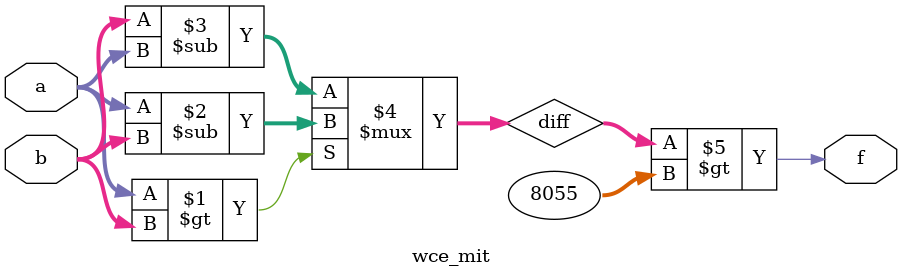
<source format=v>
module wce_mit(a, b, f);
parameter _bit = 16;
parameter wce = 8055;
input [_bit - 1: 0] a;
input [_bit - 1: 0] b;
output f;
wire [_bit - 1: 0] diff;
assign diff = (a > b)? (a - b): (b - a);
assign f = (diff > wce);
endmodule

</source>
